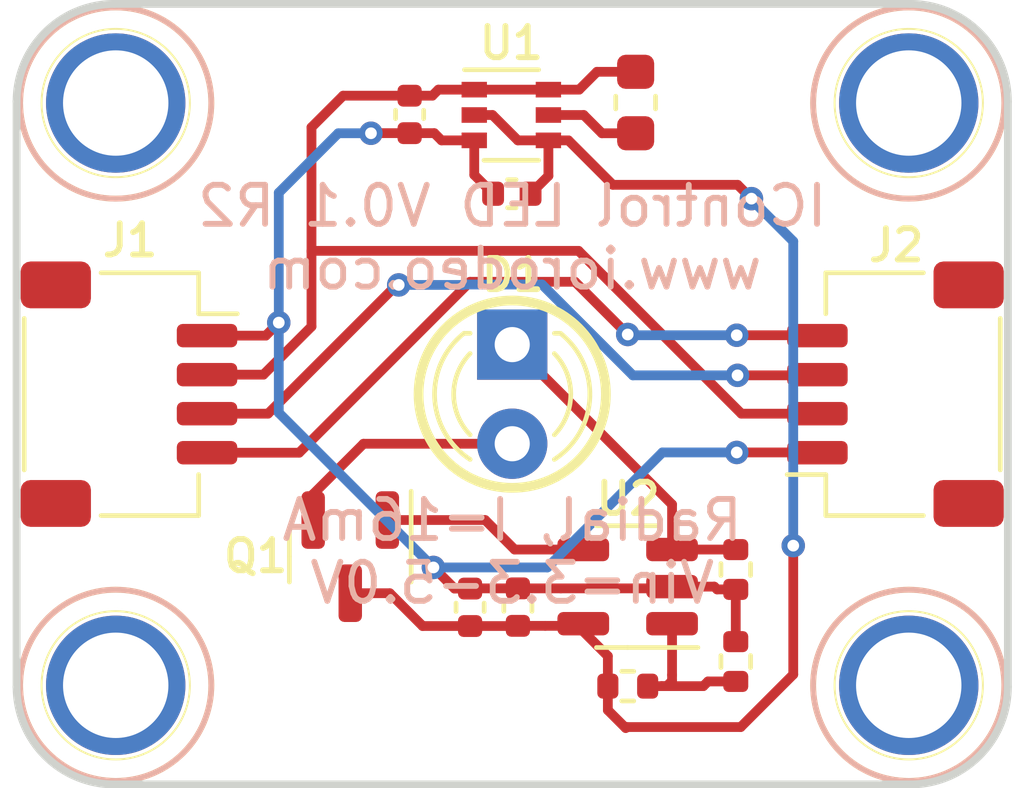
<source format=kicad_pcb>
(kicad_pcb (version 20221018) (generator pcbnew)
  (layers (0 "F.Cu" signal) (31 "B.Cu" signal) (34 "B.Paste" user) (35 "F.Paste" user) (36 "B.SilkS" user "B.Silkscreen") (37 "F.SilkS" user "F.Silkscreen") (38 "B.Mask" user) (39 "F.Mask" user) (44 "Edge.Cuts" user))
  (net 0 "")
  (net 1 "GND")
  (net 2 "/VIN")
  (net 3 "/VL")
  (net 4 "/SCL")
  (net 5 "/SDA")
  (net 6 "/5V")
  (net 7 "Net-(D1-K)")
  (net 8 "Net-(D1-A)")
  (net 9 "Net-(Q1-B)")
  (net 10 "/Vset")
  (footprint "custom_mount_hole:MountingHole_2.5mm_Pad" (layer "F.Cu") (at 52.54 52.54)
    (fp_text reference "M1" hide)
    (fp_text value "MountingHole_2.5mm_Pad" hide)
    (fp_circle (center 0 0) (end 2.45 0) (stroke (width 0.15)) (fill none) (layer "B.SilkS"))
    (fp_circle (center 0 0) (end 1.9 0) (stroke (width 0.05)) (fill none) (layer "F.SilkS"))
    (fp_circle (center 0 0) (end 2.45 0) (stroke (width 0.15)) (fill none) (layer "F.SilkS"))
    (pad "~" thru_hole circle (at 0 0) (size 3.57 3.57) (drill 2.7) (layers "*.Cu" "*.Mask"))
  )
  (footprint "custom_mount_hole:MountingHole_2.5mm_Pad" (layer "F.Cu") (at 72.86 52.54)
    (fp_text reference "M2" hide)
    (fp_text value "MountingHole_2.5mm_Pad" hide)
    (fp_circle (center 0 0) (end 2.45 0) (stroke (width 0.15)) (fill none) (layer "B.SilkS"))
    (fp_circle (center 0 0) (end 1.9 0) (stroke (width 0.05)) (fill none) (layer "F.SilkS"))
    (fp_circle (center 0 0) (end 2.45 0) (stroke (width 0.15)) (fill none) (layer "F.SilkS"))
    (pad "~" thru_hole circle (at 0 0) (size 3.57 3.57) (drill 2.7) (layers "*.Cu" "*.Mask"))
  )
  (footprint "custom_mount_hole:MountingHole_2.5mm_Pad" (layer "F.Cu") (at 72.86 67.46)
    (fp_text reference "M3" hide)
    (fp_text value "MountingHole_2.5mm_Pad" hide)
    (fp_circle (center 0 0) (end 2.45 0) (stroke (width 0.15)) (fill none) (layer "B.SilkS"))
    (fp_circle (center 0 0) (end 1.9 0) (stroke (width 0.05)) (fill none) (layer "F.SilkS"))
    (fp_circle (center 0 0) (end 2.45 0) (stroke (width 0.15)) (fill none) (layer "F.SilkS"))
    (pad "~" thru_hole circle (at 0 0) (size 3.57 3.57) (drill 2.7) (layers "*.Cu" "*.Mask"))
  )
  (footprint "custom_mount_hole:MountingHole_2.5mm_Pad" (layer "F.Cu") (at 52.54 67.46)
    (fp_text reference "M4" hide)
    (fp_text value "MountingHole_2.5mm_Pad" hide)
    (fp_circle (center 0 0) (end 2.45 0) (stroke (width 0.15)) (fill none) (layer "B.SilkS"))
    (fp_circle (center 0 0) (end 1.9 0) (stroke (width 0.05)) (fill none) (layer "F.SilkS"))
    (fp_circle (center 0 0) (end 2.45 0) (stroke (width 0.15)) (fill none) (layer "F.SilkS"))
    (pad "~" thru_hole circle (at 0 0) (size 3.57 3.57) (drill 2.7) (layers "*.Cu" "*.Mask"))
  )
  (footprint "LED_D3mm_custom:LED_D3.0mm" (layer "F.Cu") (at 62.7 58.73 -90)
    (fp_text reference "D1" (at -1.7832 -0.0126 180) (layer "F.SilkS") (effects (font (size 0.8 0.8))))
    (fp_text value "LED" hide)
    (fp_line (start -0.29 -1.236) (end -0.29 -1.08) (stroke (width 0.12)) (layer "F.SilkS"))
    (fp_line (start -0.29 1.08) (end -0.29 1.236) (stroke (width 0.12)) (layer "F.SilkS"))
    (fp_arc (start -0.29 -1.235516) (mid 1.366487 -1.987659) (end 2.942335 -1.078608) (stroke (width 0.12)) (layer "F.SilkS"))
    (fp_arc (start 0.229039 -1.08) (mid 1.270117 -1.5) (end 2.31113 -1.079837) (stroke (width 0.12)) (layer "F.SilkS"))
    (fp_arc (start 2.31113 1.079837) (mid 1.270117 1.5) (end 0.229039 1.08) (stroke (width 0.12)) (layer "F.SilkS"))
    (fp_arc (start 2.942335 1.078608) (mid 1.366487 1.987659) (end -0.29 1.235516) (stroke (width 0.12)) (layer "F.SilkS"))
    (pad "1" thru_hole rect (at 0 0 270) (size 1.8 1.8) (drill 0.9) (layers "*.Cu" "*.Mask") (net 7 "Net-(D1-K)"))
    (pad "2" thru_hole circle (at 2.54 0 270) (size 1.8 1.8) (drill 0.9) (layers "*.Cu" "*.Mask") (net 8 "Net-(D1-A)"))
  )
  (footprint "JST_SH_SM04B_custom:JST_SH_SM04B-SRSS-TB_1x04-1MP_P1.00mm_Horizontal" (layer "F.Cu") (at 52.88 60 -90)
    (fp_text reference "J1" (at -3.9422 -0.0298) (layer "F.SilkS") (effects (font (size 0.8 0.8))))
    (fp_text value "Conn_01x04" hide)
    (fp_line (start -3.11 -1.785) (end -2.06 -1.785) (stroke (width 0.12)) (layer "F.SilkS"))
    (fp_line (start -3.11 0.715) (end -3.11 -1.785) (stroke (width 0.12)) (layer "F.SilkS"))
    (fp_line (start -2.06 -1.785) (end -2.06 -2.775) (stroke (width 0.12)) (layer "F.SilkS"))
    (fp_line (start -1.94 2.685) (end 1.94 2.685) (stroke (width 0.12)) (layer "F.SilkS"))
    (fp_line (start 3.11 -1.785) (end 2.06 -1.785) (stroke (width 0.12)) (layer "F.SilkS"))
    (fp_line (start 3.11 0.715) (end 3.11 -1.785) (stroke (width 0.12)) (layer "F.SilkS"))
    (pad "1" smd roundrect (at -1.5 -2 270) (size 0.6 1.55) (layers "F.Cu" "F.Paste" "F.Mask") (net 1 "GND"))
    (pad "2" smd roundrect (at -0.5 -2 270) (size 0.6 1.55) (layers "F.Cu" "F.Paste" "F.Mask") (net 2 "/VIN"))
    (pad "3" smd roundrect (at 0.5 -2 270) (size 0.6 1.55) (layers "F.Cu" "F.Paste" "F.Mask") (net 5 "/SDA"))
    (pad "4" smd roundrect (at 1.5 -2 270) (size 0.6 1.55) (layers "F.Cu" "F.Paste" "F.Mask") (net 4 "/SCL"))
    (pad "MP" smd roundrect (at -2.8 1.875 270) (size 1.2 1.8) (layers "F.Cu" "F.Paste" "F.Mask") (roundrect_rratio 0.2083333333))
    (pad "MP" smd roundrect (at 2.8 1.875 270) (size 1.2 1.8) (layers "F.Cu" "F.Paste" "F.Mask") (roundrect_rratio 0.2083333333))
  )
  (footprint "JST_SH_SM04B_custom:JST_SH_SM04B-SRSS-TB_1x04-1MP_P1.00mm_Horizontal" (layer "F.Cu") (at 72.52 60 90)
    (fp_text reference "J2" (at 3.8152 0.0208 180) (layer "F.SilkS") (effects (font (size 0.8 0.8))))
    (fp_text value "Conn_01x04" hide)
    (fp_line (start -3.11 -1.785) (end -2.06 -1.785) (stroke (width 0.12)) (layer "F.SilkS"))
    (fp_line (start -3.11 0.715) (end -3.11 -1.785) (stroke (width 0.12)) (layer "F.SilkS"))
    (fp_line (start -2.06 -1.785) (end -2.06 -2.775) (stroke (width 0.12)) (layer "F.SilkS"))
    (fp_line (start -1.94 2.685) (end 1.94 2.685) (stroke (width 0.12)) (layer "F.SilkS"))
    (fp_line (start 3.11 -1.785) (end 2.06 -1.785) (stroke (width 0.12)) (layer "F.SilkS"))
    (fp_line (start 3.11 0.715) (end 3.11 -1.785) (stroke (width 0.12)) (layer "F.SilkS"))
    (pad "1" smd roundrect (at -1.5 -2 90) (size 0.6 1.55) (layers "F.Cu" "F.Paste" "F.Mask") (net 1 "GND"))
    (pad "2" smd roundrect (at -0.5 -2 90) (size 0.6 1.55) (layers "F.Cu" "F.Paste" "F.Mask") (net 2 "/VIN"))
    (pad "3" smd roundrect (at 0.5 -2 90) (size 0.6 1.55) (layers "F.Cu" "F.Paste" "F.Mask") (net 5 "/SDA"))
    (pad "4" smd roundrect (at 1.5 -2 90) (size 0.6 1.55) (layers "F.Cu" "F.Paste" "F.Mask") (net 4 "/SCL"))
    (pad "MP" smd roundrect (at -2.8 1.875 90) (size 1.2 1.8) (layers "F.Cu" "F.Paste" "F.Mask") (roundrect_rratio 0.2083333333))
    (pad "MP" smd roundrect (at 2.8 1.875 90) (size 1.2 1.8) (layers "F.Cu" "F.Paste" "F.Mask") (roundrect_rratio 0.2083333333))
  )
  (footprint "Resistor_SMD:R_0402_1005Metric" (layer "F.Cu") (at 68.4276 64.4926 -90)
    (fp_text reference "R1" hide)
    (fp_text value "10" hide)
    (fp_line (start -0.153641 -0.38) (end 0.153641 -0.38) (stroke (width 0.12)) (layer "F.SilkS"))
    (fp_line (start -0.153641 0.38) (end 0.153641 0.38) (stroke (width 0.12)) (layer "F.SilkS"))
    (pad "1" smd roundrect (at -0.51 0 270) (size 0.54 0.64) (layers "F.Cu" "F.Paste" "F.Mask") (net 7 "Net-(D1-K)"))
    (pad "2" smd roundrect (at 0.51 0 270) (size 0.54 0.64) (layers "F.Cu" "F.Paste" "F.Mask") (net 1 "GND"))
  )
  (footprint "Package_TO_SOT_SMD:SOT-23-5" (layer "F.Cu") (at 65.6577 64.931 180)
    (fp_text reference "U2" (at -0.0125 2.25) (layer "F.SilkS") (effects (font (size 0.8 0.8) (thickness 0.15) bold)))
    (fp_text value "LMV321")
    (fp_line (start 0 -1.56) (end -1.8 -1.56) (stroke (width 0.12)) (layer "F.SilkS"))
    (fp_line (start 0 -1.56) (end 0.8 -1.56) (stroke (width 0.12)) (layer "F.SilkS"))
    (fp_line (start 0 1.56) (end -0.8 1.56) (stroke (width 0.12)) (layer "F.SilkS"))
    (fp_line (start 0 1.56) (end 0.8 1.56) (stroke (width 0.12)) (layer "F.SilkS"))
    (pad "1" smd roundrect (at -1.1375 -0.95 180) (size 1.325 0.6) (layers "F.Cu" "F.Paste" "F.Mask") (net 10 "/Vset"))
    (pad "2" smd roundrect (at -1.1375 0 180) (size 1.325 0.6) (layers "F.Cu" "F.Paste" "F.Mask") (net 1 "GND"))
    (pad "3" smd roundrect (at -1.1375 0.95 180) (size 1.325 0.6) (layers "F.Cu" "F.Paste" "F.Mask") (net 7 "Net-(D1-K)"))
    (pad "4" smd roundrect (at 1.1375 0.95 180) (size 1.325 0.6) (layers "F.Cu" "F.Paste" "F.Mask") (net 9 "Net-(Q1-B)"))
    (pad "5" smd roundrect (at 1.1375 -0.95 180) (size 1.325 0.6) (layers "F.Cu" "F.Paste" "F.Mask") (net 6 "/5V"))
  )
  (footprint "Capacitor_SMD:C_0402_1005Metric" (layer "F.Cu") (at 62.8452 65.456 90)
    (fp_text reference "C3" hide)
    (fp_text value "0.1uF" hide)
    (fp_line (start -0.107836 -0.36) (end 0.107836 -0.36) (stroke (width 0.12)) (layer "F.SilkS"))
    (fp_line (start -0.107836 0.36) (end 0.107836 0.36) (stroke (width 0.12)) (layer "F.SilkS"))
    (pad "1" smd roundrect (at -0.48 0 90) (size 0.56 0.62) (layers "F.Cu" "F.Paste" "F.Mask") (net 6 "/5V"))
    (pad "2" smd roundrect (at 0.48 0 90) (size 0.56 0.62) (layers "F.Cu" "F.Paste" "F.Mask") (net 1 "GND"))
  )
  (footprint "Resistor_SMD:R_0402_1005Metric" (layer "F.Cu") (at 68.4276 66.8508 90)
    (fp_text reference "R3" hide)
    (fp_text value "1k" hide)
    (fp_line (start -0.153641 -0.38) (end 0.153641 -0.38) (stroke (width 0.12)) (layer "F.SilkS"))
    (fp_line (start -0.153641 0.38) (end 0.153641 0.38) (stroke (width 0.12)) (layer "F.SilkS"))
    (pad "1" smd roundrect (at -0.51 0 90) (size 0.54 0.64) (layers "F.Cu" "F.Paste" "F.Mask") (net 10 "/Vset"))
    (pad "2" smd roundrect (at 0.51 0 90) (size 0.54 0.64) (layers "F.Cu" "F.Paste" "F.Mask") (net 1 "GND"))
  )
  (footprint "Inductor_SMD:L_0603_1608Metric" (layer "F.Cu") (at 65.8622 52.5272 -90)
    (fp_text reference "L1" hide)
    (fp_text value "4.7uF" hide)
    (fp_line (start -0.162779 -0.51) (end 0.162779 -0.51) (stroke (width 0.12)) (layer "F.SilkS"))
    (fp_line (start -0.162779 0.51) (end 0.162779 0.51) (stroke (width 0.12)) (layer "F.SilkS"))
    (pad "1" smd roundrect (at -0.7875 0 270) (size 0.875 0.95) (layers "F.Cu" "F.Paste" "F.Mask") (net 2 "/VIN"))
    (pad "2" smd roundrect (at 0.7875 0 270) (size 0.875 0.95) (layers "F.Cu" "F.Paste" "F.Mask") (net 3 "/VL"))
  )
  (footprint "Resistor_SMD:R_0402_1005Metric" (layer "F.Cu") (at 65.6602 67.481)
    (fp_text reference "R2" hide)
    (fp_text value "30k" hide)
    (fp_line (start -0.153641 -0.38) (end 0.153641 -0.38) (stroke (width 0.12)) (layer "F.SilkS"))
    (fp_line (start -0.153641 0.38) (end 0.153641 0.38) (stroke (width 0.12)) (layer "F.SilkS"))
    (pad "1" smd roundrect (at -0.51 0) (size 0.54 0.64) (layers "F.Cu" "F.Paste" "F.Mask") (net 6 "/5V"))
    (pad "2" smd roundrect (at 0.51 0) (size 0.54 0.64) (layers "F.Cu" "F.Paste" "F.Mask") (net 10 "/Vset"))
  )
  (footprint "Capacitor_SMD:C_0402_1005Metric" (layer "F.Cu") (at 60.071 52.832 90)
    (fp_text reference "C1" hide)
    (fp_text value "10uF" hide)
    (fp_line (start -0.107836 -0.36) (end 0.107836 -0.36) (stroke (width 0.12)) (layer "F.SilkS"))
    (fp_line (start -0.107836 0.36) (end 0.107836 0.36) (stroke (width 0.12)) (layer "F.SilkS"))
    (pad "1" smd roundrect (at -0.48 0 90) (size 0.56 0.62) (layers "F.Cu" "F.Paste" "F.Mask") (net 1 "GND"))
    (pad "2" smd roundrect (at 0.48 0 90) (size 0.56 0.62) (layers "F.Cu" "F.Paste" "F.Mask") (net 2 "/VIN"))
  )
  (footprint "Package_TO_SOT_SMD:SOT-363_SC-70-6" (layer "F.Cu") (at 62.677 52.847)
    (fp_text reference "U1" (at 0 -1.8438) (layer "F.SilkS") (effects (font (size 0.8 0.8))))
    (fp_text value "TPS61222DCK" hide)
    (fp_line (start -0.7 1.16) (end 0.7 1.16) (stroke (width 0.12)) (layer "F.SilkS"))
    (fp_line (start 0.7 -1.16) (end -1.2 -1.16) (stroke (width 0.12)) (layer "F.SilkS"))
    (pad "1" smd rect (at -0.95 -0.65) (size 0.65 0.4) (layers "F.Cu" "F.Paste" "F.Mask") (net 2 "/VIN"))
    (pad "2" smd rect (at -0.95 0) (size 0.65 0.4) (layers "F.Cu" "F.Paste" "F.Mask") (net 6 "/5V"))
    (pad "3" smd rect (at -0.95 0.65) (size 0.65 0.4) (layers "F.Cu" "F.Paste" "F.Mask") (net 1 "GND"))
    (pad "4" smd rect (at 0.95 0.65) (size 0.65 0.4) (layers "F.Cu" "F.Paste" "F.Mask") (net 6 "/5V"))
    (pad "5" smd rect (at 0.95 0) (size 0.65 0.4) (layers "F.Cu" "F.Paste" "F.Mask") (net 3 "/VL"))
    (pad "6" smd rect (at 0.95 -0.65) (size 0.65 0.4) (layers "F.Cu" "F.Paste" "F.Mask") (net 2 "/VIN"))
  )
  (footprint "Capacitor_SMD:C_0402_1005Metric" (layer "F.Cu") (at 61.6202 65.461 90)
    (fp_text reference "C4" hide)
    (fp_text value "10uF" hide)
    (fp_line (start -0.107836 -0.36) (end 0.107836 -0.36) (stroke (width 0.12)) (layer "F.SilkS"))
    (fp_line (start -0.107836 0.36) (end 0.107836 0.36) (stroke (width 0.12)) (layer "F.SilkS"))
    (pad "1" smd roundrect (at -0.48 0 90) (size 0.56 0.62) (layers "F.Cu" "F.Paste" "F.Mask") (net 6 "/5V"))
    (pad "2" smd roundrect (at 0.48 0 90) (size 0.56 0.62) (layers "F.Cu" "F.Paste" "F.Mask") (net 1 "GND"))
  )
  (footprint "Package_TO_SOT_SMD:SOT-23" (layer "F.Cu") (at 58.55 64.1625 -90)
    (fp_text reference "Q1" (at -0.0125 2.425 -180) (layer "F.SilkS") (effects (font (size 0.8 0.8) (thickness 0.15) bold)))
    (fp_text value "MMBT5551L" hide)
    (fp_line (start 0 -1.56) (end -1.675 -1.56) (stroke (width 0.12)) (layer "F.SilkS"))
    (fp_line (start 0 -1.56) (end 0.65 -1.56) (stroke (width 0.12)) (layer "F.SilkS"))
    (fp_line (start 0 1.56) (end -0.65 1.56) (stroke (width 0.12)) (layer "F.SilkS"))
    (fp_line (start 0 1.56) (end 0.65 1.56) (stroke (width 0.12)) (layer "F.SilkS"))
    (pad "1" smd roundrect (at -0.9375 -0.95 270) (size 1.475 0.6) (layers "F.Cu" "F.Paste" "F.Mask") (net 9 "Net-(Q1-B)"))
    (pad "2" smd roundrect (at -0.9375 0.95 270) (size 1.475 0.6) (layers "F.Cu" "F.Paste" "F.Mask") (net 8 "Net-(D1-A)"))
    (pad "3" smd roundrect (at 0.9375 0 270) (size 1.475 0.6) (layers "F.Cu" "F.Paste" "F.Mask") (net 6 "/5V"))
  )
  (footprint "Capacitor_SMD:C_0402_1005Metric" (layer "F.Cu") (at 62.6898 54.864)
    (fp_text reference "C2" hide)
    (fp_text value "10uF" hide)
    (fp_line (start -0.107836 -0.36) (end 0.107836 -0.36) (stroke (width 0.12)) (layer "F.SilkS"))
    (fp_line (start -0.107836 0.36) (end 0.107836 0.36) (stroke (width 0.12)) (layer "F.SilkS"))
    (pad "1" smd roundrect (at -0.48 0) (size 0.56 0.62) (layers "F.Cu" "F.Paste" "F.Mask") (net 1 "GND"))
    (pad "2" smd roundrect (at 0.48 0) (size 0.56 0.62) (layers "F.Cu" "F.Paste" "F.Mask") (net 6 "/5V"))
  )
  (gr_circle (center 62.7 60) (end 65.1 60) (stroke (width 0.25)) (fill none) (layer "F.SilkS"))
  (gr_arc (start 72.9 50) (mid 74.667767 50.732233) (end 75.4 52.5) (stroke (width 0.2)) (layer "Edge.Cuts"))
  (gr_arc (start 52.5 70) (mid 50.732233 69.267767) (end 50 67.5) (stroke (width 0.2)) (layer "Edge.Cuts"))
  (gr_line (start 52.5 50) (end 72.9 50) (stroke (width 0.2)) (layer "Edge.Cuts"))
  (gr_arc (start 50 52.5) (mid 50.732233 50.732233) (end 52.5 50) (stroke (width 0.2)) (layer "Edge.Cuts"))
  (gr_arc (start 75.4 67.5) (mid 74.667767 69.267767) (end 72.9 70) (stroke (width 0.2)) (layer "Edge.Cuts"))
  (gr_line (start 50 52.5) (end 50 67.5) (stroke (width 0.2)) (layer "Edge.Cuts"))
  (gr_line (start 52.5 70) (end 72.9 70) (stroke (width 0.2)) (layer "Edge.Cuts"))
  (gr_line (start 75.4 52.5) (end 75.4 67.5) (stroke (width 0.2)) (layer "Edge.Cuts"))
  (gr_text "IControl LED V0.1 R2\nwww.iorodeo.com\n\n\n\nRadial, I=16mA\nVin=3.3-5.0V" (at 62.7 60.01) (layer "B.SilkS") (effects (font (size 1 1)) (justify mirror)))
  (segment (start 61.2218 64.981) (end 60.6806 64.4398) (width 0.25) (layer "F.Cu") (net 1))
  (segment (start 68.4276 65.0026) (end 68.4276 66.3408) (width 0.25) (layer "F.Cu") (net 1))
  (segment (start 60.071 53.312) (end 60.7034 53.312) (width 0.25) (layer "F.Cu") (net 1))
  (segment (start 60.7034 53.312) (end 60.8884 53.497) (width 0.25) (layer "F.Cu") (net 1))
  (segment (start 62.8452 64.976) (end 61.6252 64.976) (width 0.25) (layer "F.Cu") (net 1))
  (segment (start 68.4276 65.0026) (end 67.949 65.0026) (width 0.25) (layer "F.Cu") (net 1))
  (segment (start 70.3134 61.4934) (end 70.32 61.5) (width 0.25) (layer "F.Cu") (net 1))
  (segment (start 62.8452 64.976) (end 63.9452 64.976) (width 0.25) (layer "F.Cu") (net 1))
  (segment (start 67.949 65.0026) (end 67.8774 64.931) (width 0.25) (layer "F.Cu") (net 1))
  (segment (start 68.453 61.4934) (end 70.4134 61.4934) (width 0.25) (layer "F.Cu") (net 1))
  (segment (start 59.083 53.312) (end 59.0804 53.3146) (width 0.25) (layer "F.Cu") (net 1))
  (segment (start 56.3842 58.5) (end 54.98 58.5) (width 0.25) (layer "F.Cu") (net 1))
  (segment (start 70.4134 61.4934) (end 70.42 61.5) (width 0.25) (layer "F.Cu") (net 1))
  (segment (start 56.3842 58.5) (end 56.7182 58.166) (width 0.25) (layer "F.Cu") (net 1))
  (segment (start 70.7684 61.4934) (end 70.775 61.5) (width 0.25) (layer "F.Cu") (net 1))
  (segment (start 70.3634 61.4934) (end 70.37 61.5) (width 0.25) (layer "F.Cu") (net 1))
  (segment (start 61.727 54.3812) (end 62.2098 54.864) (width 0.25) (layer "F.Cu") (net 1))
  (segment (start 61.6202 64.981) (end 61.2218 64.981) (width 0.25) (layer "F.Cu") (net 1))
  (segment (start 66.7502 64.976) (end 66.7952 64.931) (width 0.25) (layer "F.Cu") (net 1))
  (segment (start 60.8884 53.497) (end 61.727 53.497) (width 0.25) (layer "F.Cu") (net 1))
  (segment (start 67.8774 64.931) (end 66.7952 64.931) (width 0.25) (layer "F.Cu") (net 1))
  (segment (start 60.071 53.312) (end 59.083 53.312) (width 0.25) (layer "F.Cu") (net 1))
  (segment (start 61.727 53.497) (end 61.727 54.3812) (width 0.25) (layer "F.Cu") (net 1))
  (segment (start 63.9452 64.976) (end 66.7502 64.976) (width 0.25) (layer "F.Cu") (net 1))
  (segment (start 61.6252 64.976) (end 61.6202 64.981) (width 0.25) (layer "F.Cu") (net 1))
  (via (at 60.6806 64.4398) (size 0.6) (drill 0.3) (layers "F.Cu" "B.Cu") (net 1))
  (via (at 56.7182 58.166) (size 0.6) (drill 0.3) (layers "F.Cu" "B.Cu") (net 1))
  (via (at 59.0804 53.3146) (size 0.6) (drill 0.3) (layers "F.Cu" "B.Cu") (net 1))
  (via (at 68.453 61.4934) (size 0.6) (drill 0.3) (layers "F.Cu" "B.Cu") (net 1))
  (segment (start 56.7182 54.8386) (end 58.2422 53.3146) (width 0.25) (layer "B.Cu") (net 1))
  (segment (start 60.6806 64.4398) (end 63.6016 64.4398) (width 0.25) (layer "B.Cu") (net 1))
  (segment (start 63.6016 64.4398) (end 66.548 61.4934) (width 0.25) (layer "B.Cu") (net 1))
  (segment (start 56.7182 60.4774) (end 60.6806 64.4398) (width 0.25) (layer "B.Cu") (net 1))
  (segment (start 58.2422 53.3146) (end 59.0804 53.3146) (width 0.25) (layer "B.Cu") (net 1))
  (segment (start 66.548 61.4934) (end 68.453 61.4934) (width 0.25) (layer "B.Cu") (net 1))
  (segment (start 56.7182 58.166) (end 56.7182 54.8386) (width 0.25) (layer "B.Cu") (net 1))
  (segment (start 56.7182 58.166) (end 56.7182 60.4774) (width 0.25) (layer "B.Cu") (net 1))
  (segment (start 60.6526 52.352) (end 60.8076 52.197) (width 0.25) (layer "F.Cu") (net 2))
  (segment (start 60.071 52.352) (end 60.6526 52.352) (width 0.25) (layer "F.Cu") (net 2))
  (segment (start 57.5564 53.1622) (end 58.3666 52.352) (width 0.25) (layer "F.Cu") (net 2))
  (segment (start 56.324 59.5) (end 57.5564 58.2676) (width 0.25) (layer "F.Cu") (net 2))
  (segment (start 64.8717 51.7397) (end 65.8622 51.7397) (width 0.25) (layer "F.Cu") (net 2))
  (segment (start 64.4144 52.197) (end 64.8717 51.7397) (width 0.25) (layer "F.Cu") (net 2))
  (segment (start 57.5564 56.3372) (end 57.5564 53.1622) (width 0.25) (layer "F.Cu") (net 2))
  (segment (start 57.5661 56.3275) (end 64.399584 56.3275) (width 0.25) (layer "F.Cu") (net 2))
  (segment (start 57.5564 58.2676) (end 57.5564 56.3372) (width 0.25) (layer "F.Cu") (net 2))
  (segment (start 63.627 52.197) (end 64.4144 52.197) (width 0.25) (layer "F.Cu") (net 2))
  (segment (start 57.5564 56.3372) (end 57.5661 56.3275) (width 0.25) (layer "F.Cu") (net 2))
  (segment (start 56.324 59.5) (end 54.98 59.5) (width 0.25) (layer "F.Cu") (net 2))
  (segment (start 58.3666 52.352) (end 60.071 52.352) (width 0.25) (layer "F.Cu") (net 2))
  (segment (start 64.399584 56.3275) (end 68.572084 60.5) (width 0.25) (layer "F.Cu") (net 2))
  (segment (start 68.572084 60.5) (end 70.42 60.5) (width 0.25) (layer "F.Cu") (net 2))
  (segment (start 61.727 52.197) (end 63.627 52.197) (width 0.25) (layer "F.Cu") (net 2))
  (segment (start 60.8076 52.197) (end 61.727 52.197) (width 0.25) (layer "F.Cu") (net 2))
  (segment (start 64.531 52.847) (end 63.627 52.847) (width 0.25) (layer "F.Cu") (net 3))
  (segment (start 65.8622 53.3147) (end 64.9987 53.3147) (width 0.25) (layer "F.Cu") (net 3))
  (segment (start 64.9987 53.3147) (end 64.531 52.847) (width 0.25) (layer "F.Cu") (net 3))
  (segment (start 57.24 61.5) (end 54.98 61.5) (width 0.25) (layer "F.Cu") (net 4))
  (segment (start 61.62 57.12) (end 57.24 61.5) (width 0.25) (layer "F.Cu") (net 4))
  (segment (start 68.453 58.49) (end 70.41 58.49) (width 0.25) (layer "F.Cu") (net 4))
  (segment (start 70.36 58.49) (end 70.37 58.5) (width 0.25) (layer "F.Cu") (net 4))
  (segment (start 70.41 58.49) (end 70.42 58.5) (width 0.25) (layer "F.Cu") (net 4))
  (segment (start 65.659 58.4708) (end 64.3082 57.12) (width 0.25) (layer "F.Cu") (net 4))
  (segment (start 70.31 58.49) (end 70.32 58.5) (width 0.25) (layer "F.Cu") (net 4))
  (segment (start 64.3082 57.12) (end 61.62 57.12) (width 0.25) (layer "F.Cu") (net 4))
  (via (at 68.453 58.49) (size 0.6) (drill 0.3) (layers "F.Cu" "B.Cu") (net 4))
  (via (at 65.659 58.4708) (size 0.6) (drill 0.3) (layers "F.Cu" "B.Cu") (net 4))
  (segment (start 68.453 58.49) (end 65.6782 58.49) (width 0.25) (layer "B.Cu") (net 4))
  (segment (start 65.6782 58.49) (end 65.659 58.4708) (width 0.25) (layer "B.Cu") (net 4))
  (segment (start 59.7916 57.2008) (end 59.7408 57.2008) (width 0.25) (layer "F.Cu") (net 5))
  (segment (start 68.472931 59.517669) (end 70.402331 59.517669) (width 0.25) (layer "F.Cu") (net 5))
  (segment (start 68.472931 59.517669) (end 68.4906 59.5) (width 0.25) (layer "F.Cu") (net 5))
  (segment (start 70.402331 59.517669) (end 70.42 59.5) (width 0.25) (layer "F.Cu") (net 5))
  (segment (start 59.7408 57.2008) (end 56.4416 60.5) (width 0.25) (layer "F.Cu") (net 5))
  (segment (start 56.4416 60.5) (end 54.98 60.5) (width 0.25) (layer "F.Cu") (net 5))
  (segment (start 68.472931 59.517669) (end 68.455262 59.5) (width 0.25) (layer "F.Cu") (net 5))
  (segment (start 70.352331 59.517669) (end 70.37 59.5) (width 0.25) (layer "F.Cu") (net 5))
  (via (at 59.7916 57.2008) (size 0.6) (drill 0.3) (layers "F.Cu" "B.Cu") (net 5))
  (via (at 68.472931 59.517669) (size 0.6) (drill 0.3) (layers "F.Cu" "B.Cu") (net 5))
  (segment (start 61.4492 57.2008) (end 59.7916 57.2008) (width 0.25) (layer "B.Cu") (net 5))
  (segment (start 68.472931 59.517669) (end 65.791469 59.517669) (width 0.25) (layer "B.Cu") (net 5))
  (segment (start 65.791469 59.517669) (end 63.4638 57.19) (width 0.25) (layer "B.Cu") (net 5))
  (segment (start 61.46 57.19) (end 61.4492 57.2008) (width 0.25) (layer "B.Cu") (net 5))
  (segment (start 63.4638 57.19) (end 61.46 57.19) (width 0.25) (layer "B.Cu") (net 5))
  (segment (start 63.627 54.4068) (end 63.1698 54.864) (width 0.25) (layer "F.Cu") (net 6))
  (segment (start 64.5202 65.881) (end 64.5202 66.081) (width 0.25) (layer "F.Cu") (net 6))
  (segment (start 62.8402 65.941) (end 62.8452 65.936) (width 0.25) (layer "F.Cu") (net 6))
  (segment (start 63.5452 65.936) (end 64.4652 65.936) (width 0.25) (layer "F.Cu") (net 6))
  (segment (start 61.6202 65.941) (end 60.4038 65.941) (width 0.25) (layer "F.Cu") (net 6))
  (segment (start 65.6082 68.5546) (end 65.1502 68.0966) (width 0.25) (layer "F.Cu") (net 6))
  (segment (start 58.55 65.1) (end 58.55 65.5858) (width 0.25) (layer "F.Cu") (net 6))
  (segment (start 62.8452 65.936) (end 63.5452 65.936) (width 0.25) (layer "F.Cu") (net 6))
  (segment (start 61.727 52.847) (end 62.1942 52.847) (width 0.25) (layer "F.Cu") (net 6))
  (segment (start 68.5546 68.5292) (end 65.6336 68.5292) (width 0.25) (layer "F.Cu") (net 6))
  (segment (start 65.1502 66.711) (end 65.1502 67.481) (width 0.25) (layer "F.Cu") (net 6))
  (segment (start 68.4754 54.6354) (end 68.83 54.99) (width 0.25) (layer "F.Cu") (net 6))
  (segment (start 63.627 53.497) (end 64.1396 53.497) (width 0.25) (layer "F.Cu") (net 6))
  (segment (start 65.278 54.6354) (end 68.4754 54.6354) (width 0.25) (layer "F.Cu") (net 6))
  (segment (start 62.1942 52.847) (end 62.8442 53.497) (width 0.25) (layer "F.Cu") (net 6))
  (segment (start 64.5202 66.081) (end 65.1502 66.711) (width 0.25) (layer "F.Cu") (net 6))
  (segment (start 61.6202 65.941) (end 62.8402 65.941) (width 0.25) (layer "F.Cu") (net 6))
  (segment (start 59.5628 65.1) (end 58.55 65.1) (width 0.25) (layer "F.Cu") (net 6))
  (segment (start 65.6336 68.5292) (end 65.6082 68.5546) (width 0.25) (layer "F.Cu") (net 6))
  (segment (start 63.627 53.497) (end 63.627 54.4068) (width 0.25) (layer "F.Cu") (net 6))
  (segment (start 64.1396 53.497) (end 65.278 54.6354) (width 0.25) (layer "F.Cu") (net 6))
  (segment (start 69.9008 67.183) (end 68.5546 68.5292) (width 0.25) (layer "F.Cu") (net 6))
  (segment (start 60.4038 65.941) (end 59.5628 65.1) (width 0.25) (layer "F.Cu") (net 6))
  (segment (start 69.9008 63.881) (end 69.9008 67.183) (width 0.25) (layer "F.Cu") (net 6))
  (segment (start 62.8442 53.497) (end 63.627 53.497) (width 0.25) (layer "F.Cu") (net 6))
  (segment (start 65.1502 68.0966) (end 65.1502 67.481) (width 0.25) (layer "F.Cu") (net 6))
  (segment (start 64.4652 65.936) (end 64.5202 65.881) (width 0.25) (layer "F.Cu") (net 6))
  (via (at 69.9008 63.881) (size 0.6) (drill 0.3) (layers "F.Cu" "B.Cu") (net 6))
  (via (at 68.83 54.99) (size 0.6) (drill 0.3) (layers "F.Cu" "B.Cu") (net 6))
  (segment (start 69.9008 56.0832) (end 68.83 55.0124) (width 0.25) (layer "B.Cu") (net 6))
  (segment (start 68.83 55.0124) (end 68.83 54.99) (width 0.25) (layer "B.Cu") (net 6))
  (segment (start 69.9008 63.881) (end 69.9008 56.0832) (width 0.25) (layer "B.Cu") (net 6))
  (segment (start 68.426 63.981) (end 68.4276 63.9826) (width 0.25) (layer "F.Cu") (net 7))
  (segment (start 66.7952 63.981) (end 66.7952 62.8252) (width 0.25) (layer "F.Cu") (net 7))
  (segment (start 66.7952 62.8252) (end 62.7 58.73) (width 0.25) (layer "F.Cu") (net 7))
  (segment (start 62.7 58.73) (end 63.02 58.73) (width 0.25) (layer "F.Cu") (net 7))
  (segment (start 66.7952 63.981) (end 68.426 63.981) (width 0.25) (layer "F.Cu") (net 7))
  (segment (start 57.6 62.56) (end 58.89 61.27) (width 0.25) (layer "F.Cu") (net 8))
  (segment (start 57.6 63.225) (end 57.6 62.56) (width 0.25) (layer "F.Cu") (net 8))
  (segment (start 58.89 61.27) (end 62.7 61.27) (width 0.25) (layer "F.Cu") (net 8))
  (segment (start 62.0058 63.225) (end 59.5 63.225) (width 0.25) (layer "F.Cu") (net 9))
  (segment (start 59.545 63.18) (end 59.5 63.225) (width 0.25) (layer "F.Cu") (net 9))
  (segment (start 64.5202 63.981) (end 62.7618 63.981) (width 0.25) (layer "F.Cu") (net 9))
  (segment (start 62.7618 63.981) (end 62.0058 63.225) (width 0.25) (layer "F.Cu") (net 9))
  (segment (start 66.7952 67.346) (end 66.6602 67.481) (width 0.25) (layer "F.Cu") (net 10))
  (segment (start 67.7164 67.3608) (end 68.4276 67.3608) (width 0.25) (layer "F.Cu") (net 10))
  (segment (start 66.7952 65.881) (end 66.7952 67.196) (width 0.25) (layer "F.Cu") (net 10))
  (segment (start 66.5226 67.481) (end 67.5962 67.481) (width 0.25) (layer "F.Cu") (net 10))
  (segment (start 66.5226 67.481) (end 66.1702 67.481) (width 0.25) (layer "F.Cu") (net 10))
  (segment (start 66.7952 67.196) (end 66.7952 67.346) (width 0.25) (layer "F.Cu") (net 10))
  (segment (start 66.6602 67.481) (end 66.5226 67.481) (width 0.25) (layer "F.Cu") (net 10))
  (segment (start 67.5962 67.481) (end 67.7164 67.3608) (width 0.25) (layer "F.Cu") (net 10))
)
</source>
